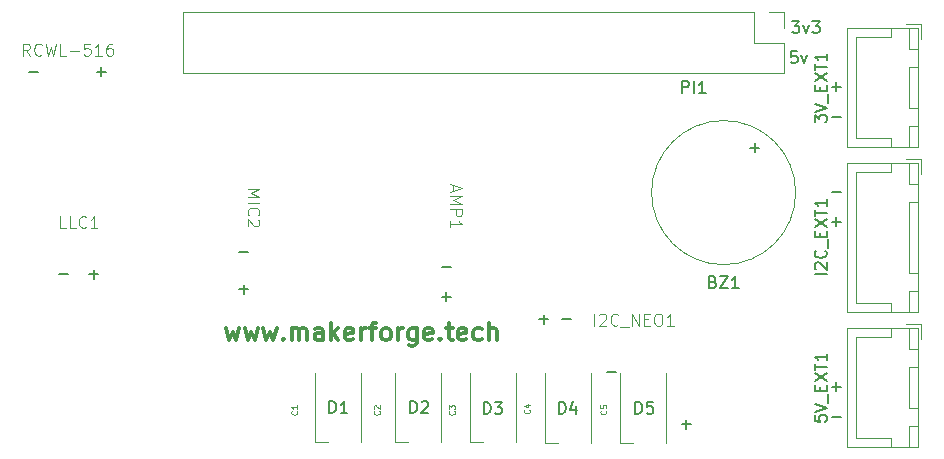
<source format=gbr>
%TF.GenerationSoftware,KiCad,Pcbnew,7.0.8-7.0.8~ubuntu22.04.1*%
%TF.CreationDate,2023-11-17T20:33:24+00:00*%
%TF.ProjectId,v4head,76346865-6164-42e6-9b69-6361645f7063,rev?*%
%TF.SameCoordinates,Original*%
%TF.FileFunction,Legend,Top*%
%TF.FilePolarity,Positive*%
%FSLAX46Y46*%
G04 Gerber Fmt 4.6, Leading zero omitted, Abs format (unit mm)*
G04 Created by KiCad (PCBNEW 7.0.8-7.0.8~ubuntu22.04.1) date 2023-11-17 20:33:24*
%MOMM*%
%LPD*%
G01*
G04 APERTURE LIST*
%ADD10C,0.150000*%
%ADD11C,0.300000*%
%ADD12C,0.080000*%
%ADD13C,0.100000*%
%ADD14C,0.120000*%
G04 APERTURE END LIST*
D10*
X191515951Y-55806133D02*
X190754047Y-55806133D01*
X191134999Y-55425180D02*
X191134999Y-56187085D01*
X178815951Y-84381133D02*
X178054047Y-84381133D01*
X178434999Y-84000180D02*
X178434999Y-84762085D01*
X141350951Y-69776133D02*
X140589047Y-69776133D01*
X168655951Y-75491133D02*
X167894047Y-75491133D01*
X141350951Y-72951133D02*
X140589047Y-72951133D01*
X140969999Y-72570180D02*
X140969999Y-73332085D01*
X158495951Y-71046133D02*
X157734047Y-71046133D01*
X126110951Y-71681133D02*
X125349047Y-71681133D01*
X172465951Y-79936133D02*
X171704047Y-79936133D01*
X187404524Y-50254819D02*
X188023571Y-50254819D01*
X188023571Y-50254819D02*
X187690238Y-50635771D01*
X187690238Y-50635771D02*
X187833095Y-50635771D01*
X187833095Y-50635771D02*
X187928333Y-50683390D01*
X187928333Y-50683390D02*
X187975952Y-50731009D01*
X187975952Y-50731009D02*
X188023571Y-50826247D01*
X188023571Y-50826247D02*
X188023571Y-51064342D01*
X188023571Y-51064342D02*
X187975952Y-51159580D01*
X187975952Y-51159580D02*
X187928333Y-51207200D01*
X187928333Y-51207200D02*
X187833095Y-51254819D01*
X187833095Y-51254819D02*
X187547381Y-51254819D01*
X187547381Y-51254819D02*
X187452143Y-51207200D01*
X187452143Y-51207200D02*
X187404524Y-51159580D01*
X188356905Y-50588152D02*
X188595000Y-51254819D01*
X188595000Y-51254819D02*
X188833095Y-50588152D01*
X189118810Y-50254819D02*
X189737857Y-50254819D01*
X189737857Y-50254819D02*
X189404524Y-50635771D01*
X189404524Y-50635771D02*
X189547381Y-50635771D01*
X189547381Y-50635771D02*
X189642619Y-50683390D01*
X189642619Y-50683390D02*
X189690238Y-50731009D01*
X189690238Y-50731009D02*
X189737857Y-50826247D01*
X189737857Y-50826247D02*
X189737857Y-51064342D01*
X189737857Y-51064342D02*
X189690238Y-51159580D01*
X189690238Y-51159580D02*
X189642619Y-51207200D01*
X189642619Y-51207200D02*
X189547381Y-51254819D01*
X189547381Y-51254819D02*
X189261667Y-51254819D01*
X189261667Y-51254819D02*
X189166429Y-51207200D01*
X189166429Y-51207200D02*
X189118810Y-51159580D01*
X191515951Y-81206133D02*
X190754047Y-81206133D01*
X191134999Y-80825180D02*
X191134999Y-81587085D01*
X191515951Y-67236133D02*
X190754047Y-67236133D01*
X191134999Y-66855180D02*
X191134999Y-67617085D01*
X129285951Y-54536133D02*
X128524047Y-54536133D01*
X128904999Y-54155180D02*
X128904999Y-54917085D01*
X128650951Y-71681133D02*
X127889047Y-71681133D01*
X128269999Y-71300180D02*
X128269999Y-72062085D01*
X191515951Y-64696133D02*
X190754047Y-64696133D01*
X123570951Y-54536133D02*
X122809047Y-54536133D01*
X187817142Y-52794819D02*
X187340952Y-52794819D01*
X187340952Y-52794819D02*
X187293333Y-53271009D01*
X187293333Y-53271009D02*
X187340952Y-53223390D01*
X187340952Y-53223390D02*
X187436190Y-53175771D01*
X187436190Y-53175771D02*
X187674285Y-53175771D01*
X187674285Y-53175771D02*
X187769523Y-53223390D01*
X187769523Y-53223390D02*
X187817142Y-53271009D01*
X187817142Y-53271009D02*
X187864761Y-53366247D01*
X187864761Y-53366247D02*
X187864761Y-53604342D01*
X187864761Y-53604342D02*
X187817142Y-53699580D01*
X187817142Y-53699580D02*
X187769523Y-53747200D01*
X187769523Y-53747200D02*
X187674285Y-53794819D01*
X187674285Y-53794819D02*
X187436190Y-53794819D01*
X187436190Y-53794819D02*
X187340952Y-53747200D01*
X187340952Y-53747200D02*
X187293333Y-53699580D01*
X188198095Y-53128152D02*
X188436190Y-53794819D01*
X188436190Y-53794819D02*
X188674285Y-53128152D01*
X158495951Y-73586133D02*
X157734047Y-73586133D01*
X158114999Y-73205180D02*
X158114999Y-73967085D01*
X166750951Y-75491133D02*
X165989047Y-75491133D01*
X166369999Y-75110180D02*
X166369999Y-75872085D01*
X191515951Y-58346133D02*
X190754047Y-58346133D01*
D11*
X139476653Y-76270828D02*
X139762368Y-77270828D01*
X139762368Y-77270828D02*
X140048082Y-76556542D01*
X140048082Y-76556542D02*
X140333796Y-77270828D01*
X140333796Y-77270828D02*
X140619510Y-76270828D01*
X141048082Y-76270828D02*
X141333797Y-77270828D01*
X141333797Y-77270828D02*
X141619511Y-76556542D01*
X141619511Y-76556542D02*
X141905225Y-77270828D01*
X141905225Y-77270828D02*
X142190939Y-76270828D01*
X142619511Y-76270828D02*
X142905226Y-77270828D01*
X142905226Y-77270828D02*
X143190940Y-76556542D01*
X143190940Y-76556542D02*
X143476654Y-77270828D01*
X143476654Y-77270828D02*
X143762368Y-76270828D01*
X144333797Y-77127971D02*
X144405226Y-77199400D01*
X144405226Y-77199400D02*
X144333797Y-77270828D01*
X144333797Y-77270828D02*
X144262369Y-77199400D01*
X144262369Y-77199400D02*
X144333797Y-77127971D01*
X144333797Y-77127971D02*
X144333797Y-77270828D01*
X145048083Y-77270828D02*
X145048083Y-76270828D01*
X145048083Y-76413685D02*
X145119512Y-76342257D01*
X145119512Y-76342257D02*
X145262369Y-76270828D01*
X145262369Y-76270828D02*
X145476655Y-76270828D01*
X145476655Y-76270828D02*
X145619512Y-76342257D01*
X145619512Y-76342257D02*
X145690941Y-76485114D01*
X145690941Y-76485114D02*
X145690941Y-77270828D01*
X145690941Y-76485114D02*
X145762369Y-76342257D01*
X145762369Y-76342257D02*
X145905226Y-76270828D01*
X145905226Y-76270828D02*
X146119512Y-76270828D01*
X146119512Y-76270828D02*
X146262369Y-76342257D01*
X146262369Y-76342257D02*
X146333798Y-76485114D01*
X146333798Y-76485114D02*
X146333798Y-77270828D01*
X147690941Y-77270828D02*
X147690941Y-76485114D01*
X147690941Y-76485114D02*
X147619512Y-76342257D01*
X147619512Y-76342257D02*
X147476655Y-76270828D01*
X147476655Y-76270828D02*
X147190941Y-76270828D01*
X147190941Y-76270828D02*
X147048083Y-76342257D01*
X147690941Y-77199400D02*
X147548083Y-77270828D01*
X147548083Y-77270828D02*
X147190941Y-77270828D01*
X147190941Y-77270828D02*
X147048083Y-77199400D01*
X147048083Y-77199400D02*
X146976655Y-77056542D01*
X146976655Y-77056542D02*
X146976655Y-76913685D01*
X146976655Y-76913685D02*
X147048083Y-76770828D01*
X147048083Y-76770828D02*
X147190941Y-76699400D01*
X147190941Y-76699400D02*
X147548083Y-76699400D01*
X147548083Y-76699400D02*
X147690941Y-76627971D01*
X148405226Y-77270828D02*
X148405226Y-75770828D01*
X148548084Y-76699400D02*
X148976655Y-77270828D01*
X148976655Y-76270828D02*
X148405226Y-76842257D01*
X150190941Y-77199400D02*
X150048084Y-77270828D01*
X150048084Y-77270828D02*
X149762370Y-77270828D01*
X149762370Y-77270828D02*
X149619512Y-77199400D01*
X149619512Y-77199400D02*
X149548084Y-77056542D01*
X149548084Y-77056542D02*
X149548084Y-76485114D01*
X149548084Y-76485114D02*
X149619512Y-76342257D01*
X149619512Y-76342257D02*
X149762370Y-76270828D01*
X149762370Y-76270828D02*
X150048084Y-76270828D01*
X150048084Y-76270828D02*
X150190941Y-76342257D01*
X150190941Y-76342257D02*
X150262370Y-76485114D01*
X150262370Y-76485114D02*
X150262370Y-76627971D01*
X150262370Y-76627971D02*
X149548084Y-76770828D01*
X150905226Y-77270828D02*
X150905226Y-76270828D01*
X150905226Y-76556542D02*
X150976655Y-76413685D01*
X150976655Y-76413685D02*
X151048084Y-76342257D01*
X151048084Y-76342257D02*
X151190941Y-76270828D01*
X151190941Y-76270828D02*
X151333798Y-76270828D01*
X151619512Y-76270828D02*
X152190940Y-76270828D01*
X151833797Y-77270828D02*
X151833797Y-75985114D01*
X151833797Y-75985114D02*
X151905226Y-75842257D01*
X151905226Y-75842257D02*
X152048083Y-75770828D01*
X152048083Y-75770828D02*
X152190940Y-75770828D01*
X152905226Y-77270828D02*
X152762369Y-77199400D01*
X152762369Y-77199400D02*
X152690940Y-77127971D01*
X152690940Y-77127971D02*
X152619512Y-76985114D01*
X152619512Y-76985114D02*
X152619512Y-76556542D01*
X152619512Y-76556542D02*
X152690940Y-76413685D01*
X152690940Y-76413685D02*
X152762369Y-76342257D01*
X152762369Y-76342257D02*
X152905226Y-76270828D01*
X152905226Y-76270828D02*
X153119512Y-76270828D01*
X153119512Y-76270828D02*
X153262369Y-76342257D01*
X153262369Y-76342257D02*
X153333798Y-76413685D01*
X153333798Y-76413685D02*
X153405226Y-76556542D01*
X153405226Y-76556542D02*
X153405226Y-76985114D01*
X153405226Y-76985114D02*
X153333798Y-77127971D01*
X153333798Y-77127971D02*
X153262369Y-77199400D01*
X153262369Y-77199400D02*
X153119512Y-77270828D01*
X153119512Y-77270828D02*
X152905226Y-77270828D01*
X154048083Y-77270828D02*
X154048083Y-76270828D01*
X154048083Y-76556542D02*
X154119512Y-76413685D01*
X154119512Y-76413685D02*
X154190941Y-76342257D01*
X154190941Y-76342257D02*
X154333798Y-76270828D01*
X154333798Y-76270828D02*
X154476655Y-76270828D01*
X155619512Y-76270828D02*
X155619512Y-77485114D01*
X155619512Y-77485114D02*
X155548083Y-77627971D01*
X155548083Y-77627971D02*
X155476654Y-77699400D01*
X155476654Y-77699400D02*
X155333797Y-77770828D01*
X155333797Y-77770828D02*
X155119512Y-77770828D01*
X155119512Y-77770828D02*
X154976654Y-77699400D01*
X155619512Y-77199400D02*
X155476654Y-77270828D01*
X155476654Y-77270828D02*
X155190940Y-77270828D01*
X155190940Y-77270828D02*
X155048083Y-77199400D01*
X155048083Y-77199400D02*
X154976654Y-77127971D01*
X154976654Y-77127971D02*
X154905226Y-76985114D01*
X154905226Y-76985114D02*
X154905226Y-76556542D01*
X154905226Y-76556542D02*
X154976654Y-76413685D01*
X154976654Y-76413685D02*
X155048083Y-76342257D01*
X155048083Y-76342257D02*
X155190940Y-76270828D01*
X155190940Y-76270828D02*
X155476654Y-76270828D01*
X155476654Y-76270828D02*
X155619512Y-76342257D01*
X156905226Y-77199400D02*
X156762369Y-77270828D01*
X156762369Y-77270828D02*
X156476655Y-77270828D01*
X156476655Y-77270828D02*
X156333797Y-77199400D01*
X156333797Y-77199400D02*
X156262369Y-77056542D01*
X156262369Y-77056542D02*
X156262369Y-76485114D01*
X156262369Y-76485114D02*
X156333797Y-76342257D01*
X156333797Y-76342257D02*
X156476655Y-76270828D01*
X156476655Y-76270828D02*
X156762369Y-76270828D01*
X156762369Y-76270828D02*
X156905226Y-76342257D01*
X156905226Y-76342257D02*
X156976655Y-76485114D01*
X156976655Y-76485114D02*
X156976655Y-76627971D01*
X156976655Y-76627971D02*
X156262369Y-76770828D01*
X157619511Y-77127971D02*
X157690940Y-77199400D01*
X157690940Y-77199400D02*
X157619511Y-77270828D01*
X157619511Y-77270828D02*
X157548083Y-77199400D01*
X157548083Y-77199400D02*
X157619511Y-77127971D01*
X157619511Y-77127971D02*
X157619511Y-77270828D01*
X158119512Y-76270828D02*
X158690940Y-76270828D01*
X158333797Y-75770828D02*
X158333797Y-77056542D01*
X158333797Y-77056542D02*
X158405226Y-77199400D01*
X158405226Y-77199400D02*
X158548083Y-77270828D01*
X158548083Y-77270828D02*
X158690940Y-77270828D01*
X159762369Y-77199400D02*
X159619512Y-77270828D01*
X159619512Y-77270828D02*
X159333798Y-77270828D01*
X159333798Y-77270828D02*
X159190940Y-77199400D01*
X159190940Y-77199400D02*
X159119512Y-77056542D01*
X159119512Y-77056542D02*
X159119512Y-76485114D01*
X159119512Y-76485114D02*
X159190940Y-76342257D01*
X159190940Y-76342257D02*
X159333798Y-76270828D01*
X159333798Y-76270828D02*
X159619512Y-76270828D01*
X159619512Y-76270828D02*
X159762369Y-76342257D01*
X159762369Y-76342257D02*
X159833798Y-76485114D01*
X159833798Y-76485114D02*
X159833798Y-76627971D01*
X159833798Y-76627971D02*
X159119512Y-76770828D01*
X161119512Y-77199400D02*
X160976654Y-77270828D01*
X160976654Y-77270828D02*
X160690940Y-77270828D01*
X160690940Y-77270828D02*
X160548083Y-77199400D01*
X160548083Y-77199400D02*
X160476654Y-77127971D01*
X160476654Y-77127971D02*
X160405226Y-76985114D01*
X160405226Y-76985114D02*
X160405226Y-76556542D01*
X160405226Y-76556542D02*
X160476654Y-76413685D01*
X160476654Y-76413685D02*
X160548083Y-76342257D01*
X160548083Y-76342257D02*
X160690940Y-76270828D01*
X160690940Y-76270828D02*
X160976654Y-76270828D01*
X160976654Y-76270828D02*
X161119512Y-76342257D01*
X161762368Y-77270828D02*
X161762368Y-75770828D01*
X162405226Y-77270828D02*
X162405226Y-76485114D01*
X162405226Y-76485114D02*
X162333797Y-76342257D01*
X162333797Y-76342257D02*
X162190940Y-76270828D01*
X162190940Y-76270828D02*
X161976654Y-76270828D01*
X161976654Y-76270828D02*
X161833797Y-76342257D01*
X161833797Y-76342257D02*
X161762368Y-76413685D01*
D10*
X191515951Y-83746133D02*
X190754047Y-83746133D01*
D12*
X145467530Y-83268333D02*
X145491340Y-83292142D01*
X145491340Y-83292142D02*
X145515149Y-83363571D01*
X145515149Y-83363571D02*
X145515149Y-83411190D01*
X145515149Y-83411190D02*
X145491340Y-83482618D01*
X145491340Y-83482618D02*
X145443720Y-83530237D01*
X145443720Y-83530237D02*
X145396101Y-83554047D01*
X145396101Y-83554047D02*
X145300863Y-83577856D01*
X145300863Y-83577856D02*
X145229435Y-83577856D01*
X145229435Y-83577856D02*
X145134197Y-83554047D01*
X145134197Y-83554047D02*
X145086578Y-83530237D01*
X145086578Y-83530237D02*
X145038959Y-83482618D01*
X145038959Y-83482618D02*
X145015149Y-83411190D01*
X145015149Y-83411190D02*
X145015149Y-83363571D01*
X145015149Y-83363571D02*
X145038959Y-83292142D01*
X145038959Y-83292142D02*
X145062768Y-83268333D01*
X145515149Y-82792142D02*
X145515149Y-83077856D01*
X145515149Y-82934999D02*
X145015149Y-82934999D01*
X145015149Y-82934999D02*
X145086578Y-82982618D01*
X145086578Y-82982618D02*
X145134197Y-83030237D01*
X145134197Y-83030237D02*
X145158006Y-83077856D01*
D10*
X161313905Y-83512819D02*
X161313905Y-82512819D01*
X161313905Y-82512819D02*
X161552000Y-82512819D01*
X161552000Y-82512819D02*
X161694857Y-82560438D01*
X161694857Y-82560438D02*
X161790095Y-82655676D01*
X161790095Y-82655676D02*
X161837714Y-82750914D01*
X161837714Y-82750914D02*
X161885333Y-82941390D01*
X161885333Y-82941390D02*
X161885333Y-83084247D01*
X161885333Y-83084247D02*
X161837714Y-83274723D01*
X161837714Y-83274723D02*
X161790095Y-83369961D01*
X161790095Y-83369961D02*
X161694857Y-83465200D01*
X161694857Y-83465200D02*
X161552000Y-83512819D01*
X161552000Y-83512819D02*
X161313905Y-83512819D01*
X162218667Y-82512819D02*
X162837714Y-82512819D01*
X162837714Y-82512819D02*
X162504381Y-82893771D01*
X162504381Y-82893771D02*
X162647238Y-82893771D01*
X162647238Y-82893771D02*
X162742476Y-82941390D01*
X162742476Y-82941390D02*
X162790095Y-82989009D01*
X162790095Y-82989009D02*
X162837714Y-83084247D01*
X162837714Y-83084247D02*
X162837714Y-83322342D01*
X162837714Y-83322342D02*
X162790095Y-83417580D01*
X162790095Y-83417580D02*
X162742476Y-83465200D01*
X162742476Y-83465200D02*
X162647238Y-83512819D01*
X162647238Y-83512819D02*
X162361524Y-83512819D01*
X162361524Y-83512819D02*
X162266286Y-83465200D01*
X162266286Y-83465200D02*
X162218667Y-83417580D01*
X148232905Y-83428819D02*
X148232905Y-82428819D01*
X148232905Y-82428819D02*
X148471000Y-82428819D01*
X148471000Y-82428819D02*
X148613857Y-82476438D01*
X148613857Y-82476438D02*
X148709095Y-82571676D01*
X148709095Y-82571676D02*
X148756714Y-82666914D01*
X148756714Y-82666914D02*
X148804333Y-82857390D01*
X148804333Y-82857390D02*
X148804333Y-83000247D01*
X148804333Y-83000247D02*
X148756714Y-83190723D01*
X148756714Y-83190723D02*
X148709095Y-83285961D01*
X148709095Y-83285961D02*
X148613857Y-83381200D01*
X148613857Y-83381200D02*
X148471000Y-83428819D01*
X148471000Y-83428819D02*
X148232905Y-83428819D01*
X149756714Y-83428819D02*
X149185286Y-83428819D01*
X149471000Y-83428819D02*
X149471000Y-82428819D01*
X149471000Y-82428819D02*
X149375762Y-82571676D01*
X149375762Y-82571676D02*
X149280524Y-82666914D01*
X149280524Y-82666914D02*
X149185286Y-82714533D01*
D13*
X125928571Y-67767419D02*
X125452381Y-67767419D01*
X125452381Y-67767419D02*
X125452381Y-66767419D01*
X126738095Y-67767419D02*
X126261905Y-67767419D01*
X126261905Y-67767419D02*
X126261905Y-66767419D01*
X127642857Y-67672180D02*
X127595238Y-67719800D01*
X127595238Y-67719800D02*
X127452381Y-67767419D01*
X127452381Y-67767419D02*
X127357143Y-67767419D01*
X127357143Y-67767419D02*
X127214286Y-67719800D01*
X127214286Y-67719800D02*
X127119048Y-67624561D01*
X127119048Y-67624561D02*
X127071429Y-67529323D01*
X127071429Y-67529323D02*
X127023810Y-67338847D01*
X127023810Y-67338847D02*
X127023810Y-67195990D01*
X127023810Y-67195990D02*
X127071429Y-67005514D01*
X127071429Y-67005514D02*
X127119048Y-66910276D01*
X127119048Y-66910276D02*
X127214286Y-66815038D01*
X127214286Y-66815038D02*
X127357143Y-66767419D01*
X127357143Y-66767419D02*
X127452381Y-66767419D01*
X127452381Y-66767419D02*
X127595238Y-66815038D01*
X127595238Y-66815038D02*
X127642857Y-66862657D01*
X128595238Y-67767419D02*
X128023810Y-67767419D01*
X128309524Y-67767419D02*
X128309524Y-66767419D01*
X128309524Y-66767419D02*
X128214286Y-66910276D01*
X128214286Y-66910276D02*
X128119048Y-67005514D01*
X128119048Y-67005514D02*
X128023810Y-67053133D01*
D12*
X165152530Y-83141333D02*
X165176340Y-83165142D01*
X165176340Y-83165142D02*
X165200149Y-83236571D01*
X165200149Y-83236571D02*
X165200149Y-83284190D01*
X165200149Y-83284190D02*
X165176340Y-83355618D01*
X165176340Y-83355618D02*
X165128720Y-83403237D01*
X165128720Y-83403237D02*
X165081101Y-83427047D01*
X165081101Y-83427047D02*
X164985863Y-83450856D01*
X164985863Y-83450856D02*
X164914435Y-83450856D01*
X164914435Y-83450856D02*
X164819197Y-83427047D01*
X164819197Y-83427047D02*
X164771578Y-83403237D01*
X164771578Y-83403237D02*
X164723959Y-83355618D01*
X164723959Y-83355618D02*
X164700149Y-83284190D01*
X164700149Y-83284190D02*
X164700149Y-83236571D01*
X164700149Y-83236571D02*
X164723959Y-83165142D01*
X164723959Y-83165142D02*
X164747768Y-83141333D01*
X164866816Y-82712761D02*
X165200149Y-82712761D01*
X164676340Y-82831809D02*
X165033482Y-82950856D01*
X165033482Y-82950856D02*
X165033482Y-82641333D01*
X158802530Y-83268333D02*
X158826340Y-83292142D01*
X158826340Y-83292142D02*
X158850149Y-83363571D01*
X158850149Y-83363571D02*
X158850149Y-83411190D01*
X158850149Y-83411190D02*
X158826340Y-83482618D01*
X158826340Y-83482618D02*
X158778720Y-83530237D01*
X158778720Y-83530237D02*
X158731101Y-83554047D01*
X158731101Y-83554047D02*
X158635863Y-83577856D01*
X158635863Y-83577856D02*
X158564435Y-83577856D01*
X158564435Y-83577856D02*
X158469197Y-83554047D01*
X158469197Y-83554047D02*
X158421578Y-83530237D01*
X158421578Y-83530237D02*
X158373959Y-83482618D01*
X158373959Y-83482618D02*
X158350149Y-83411190D01*
X158350149Y-83411190D02*
X158350149Y-83363571D01*
X158350149Y-83363571D02*
X158373959Y-83292142D01*
X158373959Y-83292142D02*
X158397768Y-83268333D01*
X158350149Y-83101666D02*
X158350149Y-82792142D01*
X158350149Y-82792142D02*
X158540625Y-82958809D01*
X158540625Y-82958809D02*
X158540625Y-82887380D01*
X158540625Y-82887380D02*
X158564435Y-82839761D01*
X158564435Y-82839761D02*
X158588244Y-82815952D01*
X158588244Y-82815952D02*
X158635863Y-82792142D01*
X158635863Y-82792142D02*
X158754911Y-82792142D01*
X158754911Y-82792142D02*
X158802530Y-82815952D01*
X158802530Y-82815952D02*
X158826340Y-82839761D01*
X158826340Y-82839761D02*
X158850149Y-82887380D01*
X158850149Y-82887380D02*
X158850149Y-83030237D01*
X158850149Y-83030237D02*
X158826340Y-83077856D01*
X158826340Y-83077856D02*
X158802530Y-83101666D01*
D13*
X122868214Y-53162419D02*
X122534881Y-52686228D01*
X122296786Y-53162419D02*
X122296786Y-52162419D01*
X122296786Y-52162419D02*
X122677738Y-52162419D01*
X122677738Y-52162419D02*
X122772976Y-52210038D01*
X122772976Y-52210038D02*
X122820595Y-52257657D01*
X122820595Y-52257657D02*
X122868214Y-52352895D01*
X122868214Y-52352895D02*
X122868214Y-52495752D01*
X122868214Y-52495752D02*
X122820595Y-52590990D01*
X122820595Y-52590990D02*
X122772976Y-52638609D01*
X122772976Y-52638609D02*
X122677738Y-52686228D01*
X122677738Y-52686228D02*
X122296786Y-52686228D01*
X123868214Y-53067180D02*
X123820595Y-53114800D01*
X123820595Y-53114800D02*
X123677738Y-53162419D01*
X123677738Y-53162419D02*
X123582500Y-53162419D01*
X123582500Y-53162419D02*
X123439643Y-53114800D01*
X123439643Y-53114800D02*
X123344405Y-53019561D01*
X123344405Y-53019561D02*
X123296786Y-52924323D01*
X123296786Y-52924323D02*
X123249167Y-52733847D01*
X123249167Y-52733847D02*
X123249167Y-52590990D01*
X123249167Y-52590990D02*
X123296786Y-52400514D01*
X123296786Y-52400514D02*
X123344405Y-52305276D01*
X123344405Y-52305276D02*
X123439643Y-52210038D01*
X123439643Y-52210038D02*
X123582500Y-52162419D01*
X123582500Y-52162419D02*
X123677738Y-52162419D01*
X123677738Y-52162419D02*
X123820595Y-52210038D01*
X123820595Y-52210038D02*
X123868214Y-52257657D01*
X124201548Y-52162419D02*
X124439643Y-53162419D01*
X124439643Y-53162419D02*
X124630119Y-52448133D01*
X124630119Y-52448133D02*
X124820595Y-53162419D01*
X124820595Y-53162419D02*
X125058691Y-52162419D01*
X125915833Y-53162419D02*
X125439643Y-53162419D01*
X125439643Y-53162419D02*
X125439643Y-52162419D01*
X126249167Y-52781466D02*
X127011072Y-52781466D01*
X127963452Y-52162419D02*
X127487262Y-52162419D01*
X127487262Y-52162419D02*
X127439643Y-52638609D01*
X127439643Y-52638609D02*
X127487262Y-52590990D01*
X127487262Y-52590990D02*
X127582500Y-52543371D01*
X127582500Y-52543371D02*
X127820595Y-52543371D01*
X127820595Y-52543371D02*
X127915833Y-52590990D01*
X127915833Y-52590990D02*
X127963452Y-52638609D01*
X127963452Y-52638609D02*
X128011071Y-52733847D01*
X128011071Y-52733847D02*
X128011071Y-52971942D01*
X128011071Y-52971942D02*
X127963452Y-53067180D01*
X127963452Y-53067180D02*
X127915833Y-53114800D01*
X127915833Y-53114800D02*
X127820595Y-53162419D01*
X127820595Y-53162419D02*
X127582500Y-53162419D01*
X127582500Y-53162419D02*
X127487262Y-53114800D01*
X127487262Y-53114800D02*
X127439643Y-53067180D01*
X128963452Y-53162419D02*
X128392024Y-53162419D01*
X128677738Y-53162419D02*
X128677738Y-52162419D01*
X128677738Y-52162419D02*
X128582500Y-52305276D01*
X128582500Y-52305276D02*
X128487262Y-52400514D01*
X128487262Y-52400514D02*
X128392024Y-52448133D01*
X129820595Y-52162419D02*
X129630119Y-52162419D01*
X129630119Y-52162419D02*
X129534881Y-52210038D01*
X129534881Y-52210038D02*
X129487262Y-52257657D01*
X129487262Y-52257657D02*
X129392024Y-52400514D01*
X129392024Y-52400514D02*
X129344405Y-52590990D01*
X129344405Y-52590990D02*
X129344405Y-52971942D01*
X129344405Y-52971942D02*
X129392024Y-53067180D01*
X129392024Y-53067180D02*
X129439643Y-53114800D01*
X129439643Y-53114800D02*
X129534881Y-53162419D01*
X129534881Y-53162419D02*
X129725357Y-53162419D01*
X129725357Y-53162419D02*
X129820595Y-53114800D01*
X129820595Y-53114800D02*
X129868214Y-53067180D01*
X129868214Y-53067180D02*
X129915833Y-52971942D01*
X129915833Y-52971942D02*
X129915833Y-52733847D01*
X129915833Y-52733847D02*
X129868214Y-52638609D01*
X129868214Y-52638609D02*
X129820595Y-52590990D01*
X129820595Y-52590990D02*
X129725357Y-52543371D01*
X129725357Y-52543371D02*
X129534881Y-52543371D01*
X129534881Y-52543371D02*
X129439643Y-52590990D01*
X129439643Y-52590990D02*
X129392024Y-52638609D01*
X129392024Y-52638609D02*
X129344405Y-52733847D01*
X158735795Y-64141786D02*
X158735795Y-64617976D01*
X158450080Y-64046548D02*
X159450080Y-64379881D01*
X159450080Y-64379881D02*
X158450080Y-64713214D01*
X158450080Y-65046548D02*
X159450080Y-65046548D01*
X159450080Y-65046548D02*
X158735795Y-65379881D01*
X158735795Y-65379881D02*
X159450080Y-65713214D01*
X159450080Y-65713214D02*
X158450080Y-65713214D01*
X158450080Y-66189405D02*
X159450080Y-66189405D01*
X159450080Y-66189405D02*
X159450080Y-66570357D01*
X159450080Y-66570357D02*
X159402461Y-66665595D01*
X159402461Y-66665595D02*
X159354842Y-66713214D01*
X159354842Y-66713214D02*
X159259604Y-66760833D01*
X159259604Y-66760833D02*
X159116747Y-66760833D01*
X159116747Y-66760833D02*
X159021509Y-66713214D01*
X159021509Y-66713214D02*
X158973890Y-66665595D01*
X158973890Y-66665595D02*
X158926271Y-66570357D01*
X158926271Y-66570357D02*
X158926271Y-66189405D01*
X158450080Y-67713214D02*
X158450080Y-67141786D01*
X158450080Y-67427500D02*
X159450080Y-67427500D01*
X159450080Y-67427500D02*
X159307223Y-67332262D01*
X159307223Y-67332262D02*
X159211985Y-67237024D01*
X159211985Y-67237024D02*
X159164366Y-67141786D01*
D10*
X167663905Y-83484819D02*
X167663905Y-82484819D01*
X167663905Y-82484819D02*
X167902000Y-82484819D01*
X167902000Y-82484819D02*
X168044857Y-82532438D01*
X168044857Y-82532438D02*
X168140095Y-82627676D01*
X168140095Y-82627676D02*
X168187714Y-82722914D01*
X168187714Y-82722914D02*
X168235333Y-82913390D01*
X168235333Y-82913390D02*
X168235333Y-83056247D01*
X168235333Y-83056247D02*
X168187714Y-83246723D01*
X168187714Y-83246723D02*
X168140095Y-83341961D01*
X168140095Y-83341961D02*
X168044857Y-83437200D01*
X168044857Y-83437200D02*
X167902000Y-83484819D01*
X167902000Y-83484819D02*
X167663905Y-83484819D01*
X169092476Y-82818152D02*
X169092476Y-83484819D01*
X168854381Y-82437200D02*
X168616286Y-83151485D01*
X168616286Y-83151485D02*
X169235333Y-83151485D01*
X189319819Y-83637143D02*
X189319819Y-84113333D01*
X189319819Y-84113333D02*
X189796009Y-84160952D01*
X189796009Y-84160952D02*
X189748390Y-84113333D01*
X189748390Y-84113333D02*
X189700771Y-84018095D01*
X189700771Y-84018095D02*
X189700771Y-83780000D01*
X189700771Y-83780000D02*
X189748390Y-83684762D01*
X189748390Y-83684762D02*
X189796009Y-83637143D01*
X189796009Y-83637143D02*
X189891247Y-83589524D01*
X189891247Y-83589524D02*
X190129342Y-83589524D01*
X190129342Y-83589524D02*
X190224580Y-83637143D01*
X190224580Y-83637143D02*
X190272200Y-83684762D01*
X190272200Y-83684762D02*
X190319819Y-83780000D01*
X190319819Y-83780000D02*
X190319819Y-84018095D01*
X190319819Y-84018095D02*
X190272200Y-84113333D01*
X190272200Y-84113333D02*
X190224580Y-84160952D01*
X189319819Y-83303809D02*
X190319819Y-82970476D01*
X190319819Y-82970476D02*
X189319819Y-82637143D01*
X190415057Y-82541905D02*
X190415057Y-81780000D01*
X189796009Y-81541904D02*
X189796009Y-81208571D01*
X190319819Y-81065714D02*
X190319819Y-81541904D01*
X190319819Y-81541904D02*
X189319819Y-81541904D01*
X189319819Y-81541904D02*
X189319819Y-81065714D01*
X189319819Y-80732380D02*
X190319819Y-80065714D01*
X189319819Y-80065714D02*
X190319819Y-80732380D01*
X189319819Y-79827618D02*
X189319819Y-79256190D01*
X190319819Y-79541904D02*
X189319819Y-79541904D01*
X190319819Y-78399047D02*
X190319819Y-78970475D01*
X190319819Y-78684761D02*
X189319819Y-78684761D01*
X189319819Y-78684761D02*
X189462676Y-78779999D01*
X189462676Y-78779999D02*
X189557914Y-78875237D01*
X189557914Y-78875237D02*
X189605533Y-78970475D01*
X178093810Y-56334819D02*
X178093810Y-55334819D01*
X178093810Y-55334819D02*
X178474762Y-55334819D01*
X178474762Y-55334819D02*
X178570000Y-55382438D01*
X178570000Y-55382438D02*
X178617619Y-55430057D01*
X178617619Y-55430057D02*
X178665238Y-55525295D01*
X178665238Y-55525295D02*
X178665238Y-55668152D01*
X178665238Y-55668152D02*
X178617619Y-55763390D01*
X178617619Y-55763390D02*
X178570000Y-55811009D01*
X178570000Y-55811009D02*
X178474762Y-55858628D01*
X178474762Y-55858628D02*
X178093810Y-55858628D01*
X179093810Y-56334819D02*
X179093810Y-55334819D01*
X180093809Y-56334819D02*
X179522381Y-56334819D01*
X179808095Y-56334819D02*
X179808095Y-55334819D01*
X179808095Y-55334819D02*
X179712857Y-55477676D01*
X179712857Y-55477676D02*
X179617619Y-55572914D01*
X179617619Y-55572914D02*
X179522381Y-55620533D01*
X174140905Y-83484819D02*
X174140905Y-82484819D01*
X174140905Y-82484819D02*
X174379000Y-82484819D01*
X174379000Y-82484819D02*
X174521857Y-82532438D01*
X174521857Y-82532438D02*
X174617095Y-82627676D01*
X174617095Y-82627676D02*
X174664714Y-82722914D01*
X174664714Y-82722914D02*
X174712333Y-82913390D01*
X174712333Y-82913390D02*
X174712333Y-83056247D01*
X174712333Y-83056247D02*
X174664714Y-83246723D01*
X174664714Y-83246723D02*
X174617095Y-83341961D01*
X174617095Y-83341961D02*
X174521857Y-83437200D01*
X174521857Y-83437200D02*
X174379000Y-83484819D01*
X174379000Y-83484819D02*
X174140905Y-83484819D01*
X175617095Y-82484819D02*
X175140905Y-82484819D01*
X175140905Y-82484819D02*
X175093286Y-82961009D01*
X175093286Y-82961009D02*
X175140905Y-82913390D01*
X175140905Y-82913390D02*
X175236143Y-82865771D01*
X175236143Y-82865771D02*
X175474238Y-82865771D01*
X175474238Y-82865771D02*
X175569476Y-82913390D01*
X175569476Y-82913390D02*
X175617095Y-82961009D01*
X175617095Y-82961009D02*
X175664714Y-83056247D01*
X175664714Y-83056247D02*
X175664714Y-83294342D01*
X175664714Y-83294342D02*
X175617095Y-83389580D01*
X175617095Y-83389580D02*
X175569476Y-83437200D01*
X175569476Y-83437200D02*
X175474238Y-83484819D01*
X175474238Y-83484819D02*
X175236143Y-83484819D01*
X175236143Y-83484819D02*
X175140905Y-83437200D01*
X175140905Y-83437200D02*
X175093286Y-83389580D01*
X189319819Y-58808571D02*
X189319819Y-58189524D01*
X189319819Y-58189524D02*
X189700771Y-58522857D01*
X189700771Y-58522857D02*
X189700771Y-58380000D01*
X189700771Y-58380000D02*
X189748390Y-58284762D01*
X189748390Y-58284762D02*
X189796009Y-58237143D01*
X189796009Y-58237143D02*
X189891247Y-58189524D01*
X189891247Y-58189524D02*
X190129342Y-58189524D01*
X190129342Y-58189524D02*
X190224580Y-58237143D01*
X190224580Y-58237143D02*
X190272200Y-58284762D01*
X190272200Y-58284762D02*
X190319819Y-58380000D01*
X190319819Y-58380000D02*
X190319819Y-58665714D01*
X190319819Y-58665714D02*
X190272200Y-58760952D01*
X190272200Y-58760952D02*
X190224580Y-58808571D01*
X189319819Y-57903809D02*
X190319819Y-57570476D01*
X190319819Y-57570476D02*
X189319819Y-57237143D01*
X190415057Y-57141905D02*
X190415057Y-56380000D01*
X189796009Y-56141904D02*
X189796009Y-55808571D01*
X190319819Y-55665714D02*
X190319819Y-56141904D01*
X190319819Y-56141904D02*
X189319819Y-56141904D01*
X189319819Y-56141904D02*
X189319819Y-55665714D01*
X189319819Y-55332380D02*
X190319819Y-54665714D01*
X189319819Y-54665714D02*
X190319819Y-55332380D01*
X189319819Y-54427618D02*
X189319819Y-53856190D01*
X190319819Y-54141904D02*
X189319819Y-54141904D01*
X190319819Y-52999047D02*
X190319819Y-53570475D01*
X190319819Y-53284761D02*
X189319819Y-53284761D01*
X189319819Y-53284761D02*
X189462676Y-53379999D01*
X189462676Y-53379999D02*
X189557914Y-53475237D01*
X189557914Y-53475237D02*
X189605533Y-53570475D01*
X180729047Y-72321009D02*
X180871904Y-72368628D01*
X180871904Y-72368628D02*
X180919523Y-72416247D01*
X180919523Y-72416247D02*
X180967142Y-72511485D01*
X180967142Y-72511485D02*
X180967142Y-72654342D01*
X180967142Y-72654342D02*
X180919523Y-72749580D01*
X180919523Y-72749580D02*
X180871904Y-72797200D01*
X180871904Y-72797200D02*
X180776666Y-72844819D01*
X180776666Y-72844819D02*
X180395714Y-72844819D01*
X180395714Y-72844819D02*
X180395714Y-71844819D01*
X180395714Y-71844819D02*
X180729047Y-71844819D01*
X180729047Y-71844819D02*
X180824285Y-71892438D01*
X180824285Y-71892438D02*
X180871904Y-71940057D01*
X180871904Y-71940057D02*
X180919523Y-72035295D01*
X180919523Y-72035295D02*
X180919523Y-72130533D01*
X180919523Y-72130533D02*
X180871904Y-72225771D01*
X180871904Y-72225771D02*
X180824285Y-72273390D01*
X180824285Y-72273390D02*
X180729047Y-72321009D01*
X180729047Y-72321009D02*
X180395714Y-72321009D01*
X181300476Y-71844819D02*
X181967142Y-71844819D01*
X181967142Y-71844819D02*
X181300476Y-72844819D01*
X181300476Y-72844819D02*
X181967142Y-72844819D01*
X182871904Y-72844819D02*
X182300476Y-72844819D01*
X182586190Y-72844819D02*
X182586190Y-71844819D01*
X182586190Y-71844819D02*
X182490952Y-71987676D01*
X182490952Y-71987676D02*
X182395714Y-72082914D01*
X182395714Y-72082914D02*
X182300476Y-72130533D01*
X184223866Y-61340951D02*
X184223866Y-60579047D01*
X184604819Y-60959999D02*
X183842914Y-60959999D01*
D13*
X141305080Y-64492381D02*
X142305080Y-64492381D01*
X142305080Y-64492381D02*
X141590795Y-64825714D01*
X141590795Y-64825714D02*
X142305080Y-65159047D01*
X142305080Y-65159047D02*
X141305080Y-65159047D01*
X141305080Y-65635238D02*
X142305080Y-65635238D01*
X141400319Y-66682856D02*
X141352700Y-66635237D01*
X141352700Y-66635237D02*
X141305080Y-66492380D01*
X141305080Y-66492380D02*
X141305080Y-66397142D01*
X141305080Y-66397142D02*
X141352700Y-66254285D01*
X141352700Y-66254285D02*
X141447938Y-66159047D01*
X141447938Y-66159047D02*
X141543176Y-66111428D01*
X141543176Y-66111428D02*
X141733652Y-66063809D01*
X141733652Y-66063809D02*
X141876509Y-66063809D01*
X141876509Y-66063809D02*
X142066985Y-66111428D01*
X142066985Y-66111428D02*
X142162223Y-66159047D01*
X142162223Y-66159047D02*
X142257461Y-66254285D01*
X142257461Y-66254285D02*
X142305080Y-66397142D01*
X142305080Y-66397142D02*
X142305080Y-66492380D01*
X142305080Y-66492380D02*
X142257461Y-66635237D01*
X142257461Y-66635237D02*
X142209842Y-66682856D01*
X142209842Y-67063809D02*
X142257461Y-67111428D01*
X142257461Y-67111428D02*
X142305080Y-67206666D01*
X142305080Y-67206666D02*
X142305080Y-67444761D01*
X142305080Y-67444761D02*
X142257461Y-67539999D01*
X142257461Y-67539999D02*
X142209842Y-67587618D01*
X142209842Y-67587618D02*
X142114604Y-67635237D01*
X142114604Y-67635237D02*
X142019366Y-67635237D01*
X142019366Y-67635237D02*
X141876509Y-67587618D01*
X141876509Y-67587618D02*
X141305080Y-67016190D01*
X141305080Y-67016190D02*
X141305080Y-67635237D01*
D12*
X152452530Y-83268333D02*
X152476340Y-83292142D01*
X152476340Y-83292142D02*
X152500149Y-83363571D01*
X152500149Y-83363571D02*
X152500149Y-83411190D01*
X152500149Y-83411190D02*
X152476340Y-83482618D01*
X152476340Y-83482618D02*
X152428720Y-83530237D01*
X152428720Y-83530237D02*
X152381101Y-83554047D01*
X152381101Y-83554047D02*
X152285863Y-83577856D01*
X152285863Y-83577856D02*
X152214435Y-83577856D01*
X152214435Y-83577856D02*
X152119197Y-83554047D01*
X152119197Y-83554047D02*
X152071578Y-83530237D01*
X152071578Y-83530237D02*
X152023959Y-83482618D01*
X152023959Y-83482618D02*
X152000149Y-83411190D01*
X152000149Y-83411190D02*
X152000149Y-83363571D01*
X152000149Y-83363571D02*
X152023959Y-83292142D01*
X152023959Y-83292142D02*
X152047768Y-83268333D01*
X152047768Y-83077856D02*
X152023959Y-83054047D01*
X152023959Y-83054047D02*
X152000149Y-83006428D01*
X152000149Y-83006428D02*
X152000149Y-82887380D01*
X152000149Y-82887380D02*
X152023959Y-82839761D01*
X152023959Y-82839761D02*
X152047768Y-82815952D01*
X152047768Y-82815952D02*
X152095387Y-82792142D01*
X152095387Y-82792142D02*
X152143006Y-82792142D01*
X152143006Y-82792142D02*
X152214435Y-82815952D01*
X152214435Y-82815952D02*
X152500149Y-83101666D01*
X152500149Y-83101666D02*
X152500149Y-82792142D01*
D13*
X170656667Y-76022419D02*
X170656667Y-75022419D01*
X171085238Y-75117657D02*
X171132857Y-75070038D01*
X171132857Y-75070038D02*
X171228095Y-75022419D01*
X171228095Y-75022419D02*
X171466190Y-75022419D01*
X171466190Y-75022419D02*
X171561428Y-75070038D01*
X171561428Y-75070038D02*
X171609047Y-75117657D01*
X171609047Y-75117657D02*
X171656666Y-75212895D01*
X171656666Y-75212895D02*
X171656666Y-75308133D01*
X171656666Y-75308133D02*
X171609047Y-75450990D01*
X171609047Y-75450990D02*
X171037619Y-76022419D01*
X171037619Y-76022419D02*
X171656666Y-76022419D01*
X172656666Y-75927180D02*
X172609047Y-75974800D01*
X172609047Y-75974800D02*
X172466190Y-76022419D01*
X172466190Y-76022419D02*
X172370952Y-76022419D01*
X172370952Y-76022419D02*
X172228095Y-75974800D01*
X172228095Y-75974800D02*
X172132857Y-75879561D01*
X172132857Y-75879561D02*
X172085238Y-75784323D01*
X172085238Y-75784323D02*
X172037619Y-75593847D01*
X172037619Y-75593847D02*
X172037619Y-75450990D01*
X172037619Y-75450990D02*
X172085238Y-75260514D01*
X172085238Y-75260514D02*
X172132857Y-75165276D01*
X172132857Y-75165276D02*
X172228095Y-75070038D01*
X172228095Y-75070038D02*
X172370952Y-75022419D01*
X172370952Y-75022419D02*
X172466190Y-75022419D01*
X172466190Y-75022419D02*
X172609047Y-75070038D01*
X172609047Y-75070038D02*
X172656666Y-75117657D01*
X172847143Y-76117657D02*
X173609047Y-76117657D01*
X173847143Y-76022419D02*
X173847143Y-75022419D01*
X173847143Y-75022419D02*
X174418571Y-76022419D01*
X174418571Y-76022419D02*
X174418571Y-75022419D01*
X174894762Y-75498609D02*
X175228095Y-75498609D01*
X175370952Y-76022419D02*
X174894762Y-76022419D01*
X174894762Y-76022419D02*
X174894762Y-75022419D01*
X174894762Y-75022419D02*
X175370952Y-75022419D01*
X175990000Y-75022419D02*
X176180476Y-75022419D01*
X176180476Y-75022419D02*
X176275714Y-75070038D01*
X176275714Y-75070038D02*
X176370952Y-75165276D01*
X176370952Y-75165276D02*
X176418571Y-75355752D01*
X176418571Y-75355752D02*
X176418571Y-75689085D01*
X176418571Y-75689085D02*
X176370952Y-75879561D01*
X176370952Y-75879561D02*
X176275714Y-75974800D01*
X176275714Y-75974800D02*
X176180476Y-76022419D01*
X176180476Y-76022419D02*
X175990000Y-76022419D01*
X175990000Y-76022419D02*
X175894762Y-75974800D01*
X175894762Y-75974800D02*
X175799524Y-75879561D01*
X175799524Y-75879561D02*
X175751905Y-75689085D01*
X175751905Y-75689085D02*
X175751905Y-75355752D01*
X175751905Y-75355752D02*
X175799524Y-75165276D01*
X175799524Y-75165276D02*
X175894762Y-75070038D01*
X175894762Y-75070038D02*
X175990000Y-75022419D01*
X177370952Y-76022419D02*
X176799524Y-76022419D01*
X177085238Y-76022419D02*
X177085238Y-75022419D01*
X177085238Y-75022419D02*
X176990000Y-75165276D01*
X176990000Y-75165276D02*
X176894762Y-75260514D01*
X176894762Y-75260514D02*
X176799524Y-75308133D01*
D10*
X190319819Y-71682856D02*
X189319819Y-71682856D01*
X189415057Y-71254285D02*
X189367438Y-71206666D01*
X189367438Y-71206666D02*
X189319819Y-71111428D01*
X189319819Y-71111428D02*
X189319819Y-70873333D01*
X189319819Y-70873333D02*
X189367438Y-70778095D01*
X189367438Y-70778095D02*
X189415057Y-70730476D01*
X189415057Y-70730476D02*
X189510295Y-70682857D01*
X189510295Y-70682857D02*
X189605533Y-70682857D01*
X189605533Y-70682857D02*
X189748390Y-70730476D01*
X189748390Y-70730476D02*
X190319819Y-71301904D01*
X190319819Y-71301904D02*
X190319819Y-70682857D01*
X190224580Y-69682857D02*
X190272200Y-69730476D01*
X190272200Y-69730476D02*
X190319819Y-69873333D01*
X190319819Y-69873333D02*
X190319819Y-69968571D01*
X190319819Y-69968571D02*
X190272200Y-70111428D01*
X190272200Y-70111428D02*
X190176961Y-70206666D01*
X190176961Y-70206666D02*
X190081723Y-70254285D01*
X190081723Y-70254285D02*
X189891247Y-70301904D01*
X189891247Y-70301904D02*
X189748390Y-70301904D01*
X189748390Y-70301904D02*
X189557914Y-70254285D01*
X189557914Y-70254285D02*
X189462676Y-70206666D01*
X189462676Y-70206666D02*
X189367438Y-70111428D01*
X189367438Y-70111428D02*
X189319819Y-69968571D01*
X189319819Y-69968571D02*
X189319819Y-69873333D01*
X189319819Y-69873333D02*
X189367438Y-69730476D01*
X189367438Y-69730476D02*
X189415057Y-69682857D01*
X190415057Y-69492381D02*
X190415057Y-68730476D01*
X189796009Y-68492380D02*
X189796009Y-68159047D01*
X190319819Y-68016190D02*
X190319819Y-68492380D01*
X190319819Y-68492380D02*
X189319819Y-68492380D01*
X189319819Y-68492380D02*
X189319819Y-68016190D01*
X189319819Y-67682856D02*
X190319819Y-67016190D01*
X189319819Y-67016190D02*
X190319819Y-67682856D01*
X189319819Y-66778094D02*
X189319819Y-66206666D01*
X190319819Y-66492380D02*
X189319819Y-66492380D01*
X190319819Y-65349523D02*
X190319819Y-65920951D01*
X190319819Y-65635237D02*
X189319819Y-65635237D01*
X189319819Y-65635237D02*
X189462676Y-65730475D01*
X189462676Y-65730475D02*
X189557914Y-65825713D01*
X189557914Y-65825713D02*
X189605533Y-65920951D01*
X155090905Y-83428819D02*
X155090905Y-82428819D01*
X155090905Y-82428819D02*
X155329000Y-82428819D01*
X155329000Y-82428819D02*
X155471857Y-82476438D01*
X155471857Y-82476438D02*
X155567095Y-82571676D01*
X155567095Y-82571676D02*
X155614714Y-82666914D01*
X155614714Y-82666914D02*
X155662333Y-82857390D01*
X155662333Y-82857390D02*
X155662333Y-83000247D01*
X155662333Y-83000247D02*
X155614714Y-83190723D01*
X155614714Y-83190723D02*
X155567095Y-83285961D01*
X155567095Y-83285961D02*
X155471857Y-83381200D01*
X155471857Y-83381200D02*
X155329000Y-83428819D01*
X155329000Y-83428819D02*
X155090905Y-83428819D01*
X156043286Y-82524057D02*
X156090905Y-82476438D01*
X156090905Y-82476438D02*
X156186143Y-82428819D01*
X156186143Y-82428819D02*
X156424238Y-82428819D01*
X156424238Y-82428819D02*
X156519476Y-82476438D01*
X156519476Y-82476438D02*
X156567095Y-82524057D01*
X156567095Y-82524057D02*
X156614714Y-82619295D01*
X156614714Y-82619295D02*
X156614714Y-82714533D01*
X156614714Y-82714533D02*
X156567095Y-82857390D01*
X156567095Y-82857390D02*
X155995667Y-83428819D01*
X155995667Y-83428819D02*
X156614714Y-83428819D01*
D12*
X171629530Y-83232333D02*
X171653340Y-83256142D01*
X171653340Y-83256142D02*
X171677149Y-83327571D01*
X171677149Y-83327571D02*
X171677149Y-83375190D01*
X171677149Y-83375190D02*
X171653340Y-83446618D01*
X171653340Y-83446618D02*
X171605720Y-83494237D01*
X171605720Y-83494237D02*
X171558101Y-83518047D01*
X171558101Y-83518047D02*
X171462863Y-83541856D01*
X171462863Y-83541856D02*
X171391435Y-83541856D01*
X171391435Y-83541856D02*
X171296197Y-83518047D01*
X171296197Y-83518047D02*
X171248578Y-83494237D01*
X171248578Y-83494237D02*
X171200959Y-83446618D01*
X171200959Y-83446618D02*
X171177149Y-83375190D01*
X171177149Y-83375190D02*
X171177149Y-83327571D01*
X171177149Y-83327571D02*
X171200959Y-83256142D01*
X171200959Y-83256142D02*
X171224768Y-83232333D01*
X171177149Y-82779952D02*
X171177149Y-83018047D01*
X171177149Y-83018047D02*
X171415244Y-83041856D01*
X171415244Y-83041856D02*
X171391435Y-83018047D01*
X171391435Y-83018047D02*
X171367625Y-82970428D01*
X171367625Y-82970428D02*
X171367625Y-82851380D01*
X171367625Y-82851380D02*
X171391435Y-82803761D01*
X171391435Y-82803761D02*
X171415244Y-82779952D01*
X171415244Y-82779952D02*
X171462863Y-82756142D01*
X171462863Y-82756142D02*
X171581911Y-82756142D01*
X171581911Y-82756142D02*
X171629530Y-82779952D01*
X171629530Y-82779952D02*
X171653340Y-82803761D01*
X171653340Y-82803761D02*
X171677149Y-82851380D01*
X171677149Y-82851380D02*
X171677149Y-82970428D01*
X171677149Y-82970428D02*
X171653340Y-83018047D01*
X171653340Y-83018047D02*
X171629530Y-83041856D01*
D14*
%TO.C,D3*%
X164030000Y-80024000D02*
X164030000Y-85924000D01*
X160130000Y-80024000D02*
X160130000Y-85924000D01*
X160130000Y-85924000D02*
X161205000Y-85924000D01*
%TO.C,D1*%
X150935000Y-80024000D02*
X150935000Y-85924000D01*
X147035000Y-80024000D02*
X147035000Y-85924000D01*
X147035000Y-85924000D02*
X148110000Y-85924000D01*
%TO.C,D4*%
X170380000Y-80080000D02*
X170380000Y-85980000D01*
X166480000Y-80080000D02*
X166480000Y-85980000D01*
X166480000Y-85980000D02*
X167555000Y-85980000D01*
%TO.C,5V_EXT1*%
X198330000Y-75930000D02*
X197080000Y-75930000D01*
X198040000Y-76220000D02*
X192070000Y-76220000D01*
X192070000Y-76220000D02*
X192070000Y-86340000D01*
X198030000Y-76230000D02*
X197280000Y-76230000D01*
X197280000Y-76230000D02*
X197280000Y-78030000D01*
X195780000Y-76230000D02*
X195780000Y-76980000D01*
X195780000Y-76980000D02*
X192830000Y-76980000D01*
X192830000Y-76980000D02*
X192830000Y-81280000D01*
X198330000Y-77180000D02*
X198330000Y-75930000D01*
X198030000Y-78030000D02*
X198030000Y-76230000D01*
X197280000Y-78030000D02*
X198030000Y-78030000D01*
X198030000Y-79530000D02*
X197280000Y-79530000D01*
X197280000Y-79530000D02*
X197280000Y-83030000D01*
X198030000Y-83030000D02*
X198030000Y-79530000D01*
X197280000Y-83030000D02*
X198030000Y-83030000D01*
X198030000Y-84530000D02*
X197280000Y-84530000D01*
X197280000Y-84530000D02*
X197280000Y-86330000D01*
X195780000Y-85580000D02*
X192830000Y-85580000D01*
X192830000Y-85580000D02*
X192830000Y-81280000D01*
X198030000Y-86330000D02*
X198030000Y-84530000D01*
X197280000Y-86330000D02*
X198030000Y-86330000D01*
X195780000Y-86330000D02*
X195780000Y-85580000D01*
X198040000Y-86340000D02*
X198040000Y-76220000D01*
X192070000Y-86340000D02*
X198040000Y-86340000D01*
%TO.C,PI1*%
X186750000Y-49470000D02*
X186750000Y-50800000D01*
X185420000Y-49470000D02*
X186750000Y-49470000D01*
X184150000Y-49470000D02*
X135830000Y-49470000D01*
X184150000Y-49470000D02*
X184150000Y-52070000D01*
X135830000Y-49470000D02*
X135830000Y-54670000D01*
X186750000Y-52070000D02*
X186750000Y-54670000D01*
X184150000Y-52070000D02*
X186750000Y-52070000D01*
X186750000Y-54670000D02*
X135830000Y-54670000D01*
%TO.C,D5*%
X176730000Y-80080000D02*
X176730000Y-85980000D01*
X172830000Y-80080000D02*
X172830000Y-85980000D01*
X172830000Y-85980000D02*
X173905000Y-85980000D01*
%TO.C,3V_EXT1*%
X198330000Y-50530000D02*
X197080000Y-50530000D01*
X198040000Y-50820000D02*
X192070000Y-50820000D01*
X192070000Y-50820000D02*
X192070000Y-60940000D01*
X198030000Y-50830000D02*
X197280000Y-50830000D01*
X197280000Y-50830000D02*
X197280000Y-52630000D01*
X195780000Y-50830000D02*
X195780000Y-51580000D01*
X195780000Y-51580000D02*
X192830000Y-51580000D01*
X192830000Y-51580000D02*
X192830000Y-55880000D01*
X198330000Y-51780000D02*
X198330000Y-50530000D01*
X198030000Y-52630000D02*
X198030000Y-50830000D01*
X197280000Y-52630000D02*
X198030000Y-52630000D01*
X198030000Y-54130000D02*
X197280000Y-54130000D01*
X197280000Y-54130000D02*
X197280000Y-57630000D01*
X198030000Y-57630000D02*
X198030000Y-54130000D01*
X197280000Y-57630000D02*
X198030000Y-57630000D01*
X198030000Y-59130000D02*
X197280000Y-59130000D01*
X197280000Y-59130000D02*
X197280000Y-60930000D01*
X195780000Y-60180000D02*
X192830000Y-60180000D01*
X192830000Y-60180000D02*
X192830000Y-55880000D01*
X198030000Y-60930000D02*
X198030000Y-59130000D01*
X197280000Y-60930000D02*
X198030000Y-60930000D01*
X195780000Y-60930000D02*
X195780000Y-60180000D01*
X198040000Y-60940000D02*
X198040000Y-50820000D01*
X192070000Y-60940000D02*
X198040000Y-60940000D01*
%TO.C,BZ1*%
X187710000Y-64770000D02*
G75*
G03*
X187710000Y-64770000I-6100000J0D01*
G01*
%TO.C,I2C_EXT1*%
X198330000Y-61960000D02*
X197080000Y-61960000D01*
X198040000Y-62250000D02*
X192070000Y-62250000D01*
X192070000Y-62250000D02*
X192070000Y-74870000D01*
X198030000Y-62260000D02*
X197280000Y-62260000D01*
X197280000Y-62260000D02*
X197280000Y-64060000D01*
X195780000Y-62260000D02*
X195780000Y-63010000D01*
X195780000Y-63010000D02*
X192830000Y-63010000D01*
X192830000Y-63010000D02*
X192830000Y-68560000D01*
X198330000Y-63210000D02*
X198330000Y-61960000D01*
X198030000Y-64060000D02*
X198030000Y-62260000D01*
X197280000Y-64060000D02*
X198030000Y-64060000D01*
X198030000Y-65560000D02*
X197280000Y-65560000D01*
X197280000Y-65560000D02*
X197280000Y-71560000D01*
X198030000Y-71560000D02*
X198030000Y-65560000D01*
X197280000Y-71560000D02*
X198030000Y-71560000D01*
X198030000Y-73060000D02*
X197280000Y-73060000D01*
X197280000Y-73060000D02*
X197280000Y-74860000D01*
X195780000Y-74110000D02*
X192830000Y-74110000D01*
X192830000Y-74110000D02*
X192830000Y-68560000D01*
X198030000Y-74860000D02*
X198030000Y-73060000D01*
X197280000Y-74860000D02*
X198030000Y-74860000D01*
X195780000Y-74860000D02*
X195780000Y-74110000D01*
X198040000Y-74870000D02*
X198040000Y-62250000D01*
X192070000Y-74870000D02*
X198040000Y-74870000D01*
%TO.C,D2*%
X157680000Y-80024000D02*
X157680000Y-85924000D01*
X153780000Y-80024000D02*
X153780000Y-85924000D01*
X153780000Y-85924000D02*
X154855000Y-85924000D01*
%TD*%
M02*

</source>
